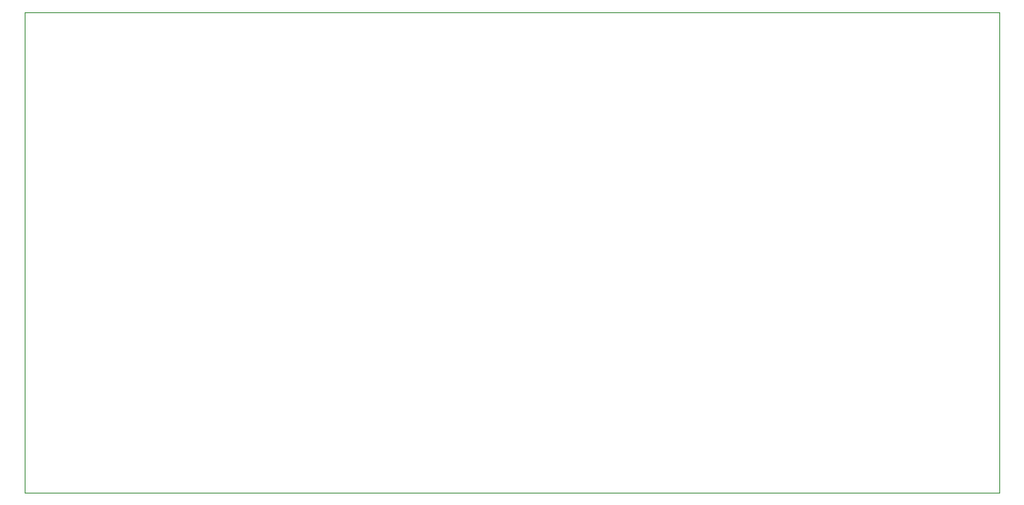
<source format=gbr>
%TF.GenerationSoftware,KiCad,Pcbnew,(5.1.9)-1*%
%TF.CreationDate,2021-11-23T19:46:46+00:00*%
%TF.ProjectId,6S parallel board,36532070-6172-4616-9c6c-656c20626f61,rev?*%
%TF.SameCoordinates,Original*%
%TF.FileFunction,Profile,NP*%
%FSLAX46Y46*%
G04 Gerber Fmt 4.6, Leading zero omitted, Abs format (unit mm)*
G04 Created by KiCad (PCBNEW (5.1.9)-1) date 2021-11-23 19:46:46*
%MOMM*%
%LPD*%
G01*
G04 APERTURE LIST*
%TA.AperFunction,Profile*%
%ADD10C,0.100000*%
%TD*%
G04 APERTURE END LIST*
D10*
X176530000Y-86360000D02*
X176530000Y-135890000D01*
X76200000Y-86360000D02*
X176530000Y-86360000D01*
X76200000Y-135890000D02*
X76200000Y-86360000D01*
X176530000Y-135890000D02*
X76200000Y-135890000D01*
M02*

</source>
